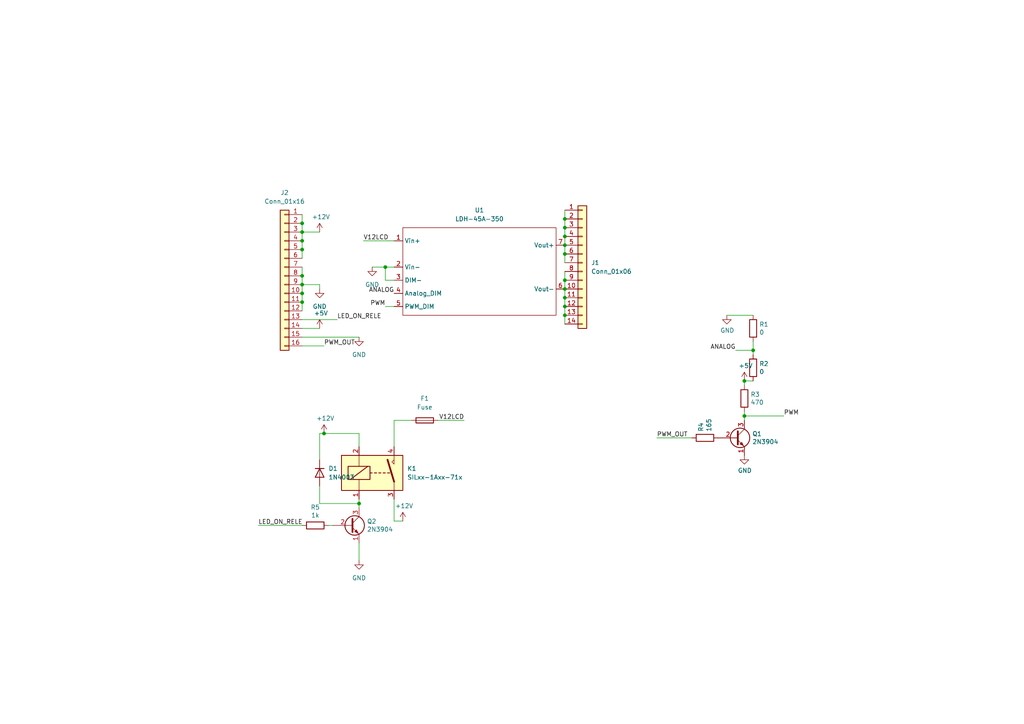
<source format=kicad_sch>
(kicad_sch (version 20211123) (generator eeschema)
  (paper "A4")
  (lib_symbols
    (symbol "Connector_Generic:Conn_01x14" (pin_names (offset 1.016) hide)
      (property "Reference" "J" (at 0 17.78 0))
      (property "Value" "Conn_01x14" (at 0 -20.32 0))
      (symbol "Conn_01x14_1_1"
        (rectangle (start -1.27 -17.653) (end 0 -17.907) (stroke (width 0.1524)))
        (rectangle (start -1.27 -15.113) (end 0 -15.367) (stroke (width 0.1524)))
        (rectangle (start -1.27 -12.573) (end 0 -12.827) (stroke (width 0.1524)))
        (rectangle (start -1.27 -10.033) (end 0 -10.287) (stroke (width 0.1524)))
        (rectangle (start -1.27 -7.493) (end 0 -7.747) (stroke (width 0.1524)))
        (rectangle (start -1.27 -4.953) (end 0 -5.207) (stroke (width 0.1524)))
        (rectangle (start -1.27 -2.413) (end 0 -2.667) (stroke (width 0.1524)))
        (rectangle (start -1.27 0.127) (end 0 -0.127) (stroke (width 0.1524)))
        (rectangle (start -1.27 2.667) (end 0 2.413) (stroke (width 0.1524)))
        (rectangle (start -1.27 5.207) (end 0 4.953) (stroke (width 0.1524)))
        (rectangle (start -1.27 7.747) (end 0 7.493) (stroke (width 0.1524)))
        (rectangle (start -1.27 10.287) (end 0 10.033) (stroke (width 0.1524)))
        (rectangle (start -1.27 12.827) (end 0 12.573) (stroke (width 0.1524)))
        (rectangle (start -1.27 15.367) (end 0 15.113) (stroke (width 0.1524)))
        (rectangle (start -1.27 16.51) (end 1.27 -19.05) (stroke (width 0.254)) (fill (type background)))
        (pin passive line (at -5.08 15.24 0) (length 3.81) (name "Pin_1") (number "1"))
        (pin passive line (at -5.08 -7.62 0) (length 3.81) (name "Pin_10") (number "10"))
        (pin passive line (at -5.08 -10.16 0) (length 3.81) (name "Pin_11") (number "11"))
        (pin passive line (at -5.08 -12.7 0) (length 3.81) (name "Pin_12") (number "12"))
        (pin passive line (at -5.08 -15.24 0) (length 3.81) (name "Pin_13") (number "13"))
        (pin passive line (at -5.08 -17.78 0) (length 3.81) (name "Pin_14") (number "14"))
        (pin passive line (at -5.08 12.7 0) (length 3.81) (name "Pin_2") (number "2"))
        (pin passive line (at -5.08 10.16 0) (length 3.81) (name "Pin_3") (number "3"))
        (pin passive line (at -5.08 7.62 0) (length 3.81) (name "Pin_4") (number "4"))
        (pin passive line (at -5.08 5.08 0) (length 3.81) (name "Pin_5") (number "5"))
        (pin passive line (at -5.08 2.54 0) (length 3.81) (name "Pin_6") (number "6"))
        (pin passive line (at -5.08 0 0) (length 3.81) (name "Pin_7") (number "7"))
        (pin passive line (at -5.08 -2.54 0) (length 3.81) (name "Pin_8") (number "8"))
        (pin passive line (at -5.08 -5.08 0) (length 3.81) (name "Pin_9") (number "9"))
      )
    )
    (symbol "Connector_Generic:Conn_01x16" (pin_names (offset 1.016) hide)
      (property "Reference" "J" (at 0 20.32 0))
      (property "Value" "Conn_01x16" (at 0 -22.86 0))
      (symbol "Conn_01x16_1_1"
        (rectangle (start -1.27 -20.193) (end 0 -20.447) (stroke (width 0.1524)))
        (rectangle (start -1.27 -17.653) (end 0 -17.907) (stroke (width 0.1524)))
        (rectangle (start -1.27 -15.113) (end 0 -15.367) (stroke (width 0.1524)))
        (rectangle (start -1.27 -12.573) (end 0 -12.827) (stroke (width 0.1524)))
        (rectangle (start -1.27 -10.033) (end 0 -10.287) (stroke (width 0.1524)))
        (rectangle (start -1.27 -7.493) (end 0 -7.747) (stroke (width 0.1524)))
        (rectangle (start -1.27 -4.953) (end 0 -5.207) (stroke (width 0.1524)))
        (rectangle (start -1.27 -2.413) (end 0 -2.667) (stroke (width 0.1524)))
        (rectangle (start -1.27 0.127) (end 0 -0.127) (stroke (width 0.1524)))
        (rectangle (start -1.27 2.667) (end 0 2.413) (stroke (width 0.1524)))
        (rectangle (start -1.27 5.207) (end 0 4.953) (stroke (width 0.1524)))
        (rectangle (start -1.27 7.747) (end 0 7.493) (stroke (width 0.1524)))
        (rectangle (start -1.27 10.287) (end 0 10.033) (stroke (width 0.1524)))
        (rectangle (start -1.27 12.827) (end 0 12.573) (stroke (width 0.1524)))
        (rectangle (start -1.27 15.367) (end 0 15.113) (stroke (width 0.1524)))
        (rectangle (start -1.27 17.907) (end 0 17.653) (stroke (width 0.1524)))
        (rectangle (start -1.27 19.05) (end 1.27 -21.59) (stroke (width 0.254)) (fill (type background)))
        (pin passive line (at -5.08 17.78 0) (length 3.81) (name "Pin_1") (number "1"))
        (pin passive line (at -5.08 -5.08 0) (length 3.81) (name "Pin_10") (number "10"))
        (pin passive line (at -5.08 -7.62 0) (length 3.81) (name "Pin_11") (number "11"))
        (pin passive line (at -5.08 -10.16 0) (length 3.81) (name "Pin_12") (number "12"))
        (pin passive line (at -5.08 -12.7 0) (length 3.81) (name "Pin_13") (number "13"))
        (pin passive line (at -5.08 -15.24 0) (length 3.81) (name "Pin_14") (number "14"))
        (pin passive line (at -5.08 -17.78 0) (length 3.81) (name "Pin_15") (number "15"))
        (pin passive line (at -5.08 -20.32 0) (length 3.81) (name "Pin_16") (number "16"))
        (pin passive line (at -5.08 15.24 0) (length 3.81) (name "Pin_2") (number "2"))
        (pin passive line (at -5.08 12.7 0) (length 3.81) (name "Pin_3") (number "3"))
        (pin passive line (at -5.08 10.16 0) (length 3.81) (name "Pin_4") (number "4"))
        (pin passive line (at -5.08 7.62 0) (length 3.81) (name "Pin_5") (number "5"))
        (pin passive line (at -5.08 5.08 0) (length 3.81) (name "Pin_6") (number "6"))
        (pin passive line (at -5.08 2.54 0) (length 3.81) (name "Pin_7") (number "7"))
        (pin passive line (at -5.08 0 0) (length 3.81) (name "Pin_8") (number "8"))
        (pin passive line (at -5.08 -2.54 0) (length 3.81) (name "Pin_9") (number "9"))
      )
    )
    (symbol "Device:Fuse" (pin_numbers hide) (pin_names (offset 0))
      (property "Reference" "F" (at 2.032 0 90))
      (property "Value" "Fuse" (at -1.905 0 90))
      (symbol "Fuse_0_1"
        (rectangle (start -0.762 -2.54) (end 0.762 2.54) (stroke (width 0.254)))
        (polyline (pts (xy 0 2.54) (xy 0 -2.54)))
      )
      (symbol "Fuse_1_1"
        (pin passive line (at 0 3.81 270) (length 1.27) (name "~") (number "1"))
        (pin passive line (at 0 -3.81 90) (length 1.27) (name "~") (number "2"))
      )
    )
    (symbol "Device:R" (pin_numbers hide) (pin_names (offset 0))
      (property "Reference" "R" (at 2.032 0 90))
      (property "Value" "R" (at 0 0 90))
      (symbol "R_0_1"
        (rectangle (start -1.016 -2.54) (end 1.016 2.54) (stroke (width 0.254)))
      )
      (symbol "R_1_1"
        (pin passive line (at 0 3.81 270) (length 1.27) (name "~") (number "1"))
        (pin passive line (at 0 -3.81 90) (length 1.27) (name "~") (number "2"))
      )
    )
    (symbol "Diode:1N4003" (pin_numbers hide) (pin_names (offset 1.016) hide)
      (property "Reference" "D" (at 0 2.54 0))
      (property "Value" "1N4003" (at 0 -2.54 0))
      (symbol "1N4003_0_1"
        (polyline (pts (xy -1.27 1.27) (xy -1.27 -1.27)) (stroke (width 0.254)))
        (polyline (pts (xy 1.27 0) (xy -1.27 0)))
        (polyline (pts (xy 1.27 1.27) (xy 1.27 -1.27) (xy -1.27 0) (xy 1.27 1.27)) (stroke (width 0.254)))
      )
      (symbol "1N4003_1_1"
        (pin passive line (at -3.81 0 0) (length 2.54) (name "K") (number "1"))
        (pin passive line (at 3.81 0 180) (length 2.54) (name "A") (number "2"))
      )
    )
    (symbol "Relay:SILxx-1Axx-71x"
      (property "Reference" "K?" (at 8.89 1.2701 0))
      (property "Value" "SILxx-1Axx-71x" (at 8.89 -1.2699 0))
      (symbol "SILxx-1Axx-71x_0_0"
        (polyline (pts (xy 5.08 5.08) (xy 5.08 2.54) (xy 4.445 3.175) (xy 5.08 3.81)))
      )
      (symbol "SILxx-1Axx-71x_0_1"
        (rectangle (start -10.16 5.08) (end 7.62 -5.08) (stroke (width 0.254)) (fill (type background)))
        (rectangle (start -8.255 1.905) (end -1.905 -1.905) (stroke (width 0.254)))
        (polyline (pts (xy -7.62 -1.905) (xy -2.54 1.905)) (stroke (width 0.254)))
        (polyline (pts (xy -5.08 -5.08) (xy -5.08 -1.905)))
        (polyline (pts (xy -5.08 5.08) (xy -5.08 1.905)))
        (polyline (pts (xy -1.905 0) (xy -1.27 0)) (stroke (width 0.254)))
        (polyline (pts (xy -0.635 0) (xy 0 0)) (stroke (width 0.254)))
        (polyline (pts (xy 0.635 0) (xy 1.27 0)) (stroke (width 0.254)))
        (polyline (pts (xy 1.905 0) (xy 2.54 0)) (stroke (width 0.254)))
        (polyline (pts (xy 3.175 0) (xy 3.81 0)) (stroke (width 0.254)))
        (polyline (pts (xy 5.08 -2.54) (xy 3.175 3.81)) (stroke (width 0.508)))
        (polyline (pts (xy 5.08 -2.54) (xy 5.08 -5.08)))
      )
      (symbol "SILxx-1Axx-71x_1_1"
        (pin passive line (at -5.08 -7.62 90) (length 2.54) (name "~") (number "1"))
        (pin passive line (at -5.08 7.62 270) (length 2.54) (name "~") (number "2"))
        (pin passive line (at 5.08 -7.62 90) (length 2.54) (name "~") (number "3"))
        (pin passive line (at 5.08 7.62 270) (length 2.54) (name "~") (number "4"))
      )
    )
    (symbol "Transistor_BJT:2N3904" (pin_names (offset 0) hide)
      (property "Reference" "Q" (at 5.08 1.905 0))
      (property "Value" "2N3904" (at 5.08 0 0))
      (symbol "2N3904_0_1"
        (polyline (pts (xy 0.635 0.635) (xy 2.54 2.54)))
        (polyline (pts (xy 0.635 -0.635) (xy 2.54 -2.54) (xy 2.54 -2.54)))
        (polyline (pts (xy 0.635 1.905) (xy 0.635 -1.905) (xy 0.635 -1.905)) (stroke (width 0.508)))
        (polyline (pts (xy 1.27 -1.778) (xy 1.778 -1.27) (xy 2.286 -2.286) (xy 1.27 -1.778) (xy 1.27 -1.778)) (fill (type outline)))
        (circle (center 1.27 0) (radius 2.8194) (stroke (width 0.254)))
      )
      (symbol "2N3904_1_1"
        (pin passive line (at 2.54 -5.08 90) (length 2.54) (name "E") (number "1"))
        (pin passive line (at -5.08 0 0) (length 5.715) (name "B") (number "2"))
        (pin passive line (at 2.54 5.08 270) (length 2.54) (name "C") (number "3"))
      )
    )
    (symbol "dimmer_lib:LDH-45A-350"
      (property "Reference" "U" (at 0 -6.35 0))
      (property "Value" "LDH-45A-350" (at 0 -21.59 0))
      (symbol "LDH-45A-350_0_1"
        (rectangle (start -21.59 -8.89) (end 22.86 -34.29))
      )
      (symbol "LDH-45A-350_1_1"
        (pin power_in line (at -24.13 -12.7 0) (length 2.54) (name "Vin+") (number "1"))
        (pin power_in line (at -24.13 -20.32 0) (length 2.54) (name "Vin-") (number "2"))
        (pin power_in line (at -24.13 -24.13 0) (length 2.54) (name "DIM-") (number "3"))
        (pin input line (at -24.13 -27.94 0) (length 2.54) (name "Analog_DIM") (number "4"))
        (pin input line (at -24.13 -31.75 0) (length 2.54) (name "PWM_DIM") (number "5"))
        (pin power_out line (at 25.4 -26.67 180) (length 2.54) (name "Vout-") (number "6"))
        (pin power_out line (at 25.4 -13.97 180) (length 2.54) (name "Vout+") (number "7"))
      )
    )
    (symbol "power:+12V" (power) (pin_names (offset 0))
      (property "Value" "+12V" (at 0 3.556 0))
      (symbol "+12V_0_1"
        (polyline (pts (xy -0.762 1.27) (xy 0 2.54)))
        (polyline (pts (xy 0 0) (xy 0 2.54)))
        (polyline (pts (xy 0 2.54) (xy 0.762 1.27)))
      )
      (symbol "+12V_1_1"
        (pin power_in line (at 0 0 90) (length 0) hide (name "+12V") (number "1"))
      )
    )
    (symbol "power:+5V" (power) (pin_names (offset 0))
      (property "Value" "+5V" (at 0 3.556 0))
      (symbol "+5V_0_1"
        (polyline (pts (xy -0.762 1.27) (xy 0 2.54)))
        (polyline (pts (xy 0 0) (xy 0 2.54)))
        (polyline (pts (xy 0 2.54) (xy 0.762 1.27)))
      )
      (symbol "+5V_1_1"
        (pin power_in line (at 0 0 90) (length 0) hide (name "+5V") (number "1"))
      )
    )
    (symbol "power:GND" (power) (pin_names (offset 0))
      (property "Value" "GND" (at 0 -3.81 0))
      (symbol "GND_0_1"
        (polyline (pts (xy 0 0) (xy 0 -1.27) (xy 1.27 -1.27) (xy 0 -2.54) (xy -1.27 -1.27) (xy 0 -1.27)))
      )
      (symbol "GND_1_1"
        (pin power_in line (at 0 0 270) (length 0) hide (name "GND") (number "1"))
      )
    )
  )
  (junction (at 111.76 77.47))
  (junction (at 93.98 125.73))
  (junction (at 87.63 67.31))
  (junction (at 87.63 82.55))
  (junction (at 163.83 81.28))
  (junction (at 163.83 86.36))
  (junction (at 87.63 64.77))
  (junction (at 163.83 68.58))
  (junction (at 215.9 110.49))
  (junction (at 87.63 85.09))
  (junction (at 163.83 66.04))
  (junction (at 163.83 73.66))
  (junction (at 163.83 63.5))
  (junction (at 163.83 71.12))
  (junction (at 87.63 80.01))
  (junction (at 163.83 91.44))
  (junction (at 218.44 101.6))
  (junction (at 215.9 120.65))
  (junction (at 87.63 72.39))
  (junction (at 87.63 87.63))
  (junction (at 104.14 146.05))
  (junction (at 87.63 69.85))
  (junction (at 163.83 88.9))
  (junction (at 163.83 83.82))
  (wire (pts (xy 104.14 129.54) (xy 104.14 125.73)))
  (wire (pts (xy 92.71 95.25) (xy 87.63 95.25)))
  (wire (pts (xy 87.63 64.77) (xy 87.63 67.31)))
  (wire (pts (xy 163.83 88.9) (xy 163.83 91.44)))
  (wire (pts (xy 111.76 77.47) (xy 114.3 77.47)))
  (wire (pts (xy 92.71 82.55) (xy 87.63 82.55)))
  (wire (pts (xy 92.71 140.97) (xy 92.71 146.05)))
  (wire (pts (xy 210.82 91.44) (xy 218.44 91.44)))
  (wire (pts (xy 163.83 86.36) (xy 163.83 88.9)))
  (wire (pts (xy 227.33 120.65) (xy 215.9 120.65)))
  (wire (pts (xy 215.9 119.38) (xy 215.9 120.65)))
  (wire (pts (xy 127 121.92) (xy 134.62 121.92)))
  (wire (pts (xy 104.14 162.56) (xy 104.14 157.48)))
  (wire (pts (xy 93.98 100.33) (xy 87.63 100.33)))
  (wire (pts (xy 87.63 67.31) (xy 87.63 69.85)))
  (wire (pts (xy 87.63 77.47) (xy 87.63 80.01)))
  (wire (pts (xy 213.36 101.6) (xy 218.44 101.6)))
  (wire (pts (xy 215.9 110.49) (xy 218.44 110.49)))
  (wire (pts (xy 87.63 69.85) (xy 87.63 72.39)))
  (wire (pts (xy 104.14 146.05) (xy 104.14 144.78)))
  (wire (pts (xy 114.3 88.9) (xy 111.76 88.9)))
  (wire (pts (xy 218.44 101.6) (xy 218.44 102.87)))
  (wire (pts (xy 218.44 99.06) (xy 218.44 101.6)))
  (wire (pts (xy 215.9 120.65) (xy 215.9 121.92)))
  (wire (pts (xy 74.93 152.4) (xy 87.63 152.4)))
  (wire (pts (xy 87.63 67.31) (xy 92.71 67.31)))
  (wire (pts (xy 87.63 97.79) (xy 104.14 97.79)))
  (wire (pts (xy 114.3 151.13) (xy 116.84 151.13)))
  (wire (pts (xy 87.63 87.63) (xy 87.63 90.17)))
  (wire (pts (xy 92.71 83.82) (xy 92.71 82.55)))
  (wire (pts (xy 96.52 152.4) (xy 95.25 152.4)))
  (wire (pts (xy 163.83 68.58) (xy 163.83 71.12)))
  (wire (pts (xy 87.63 82.55) (xy 87.63 85.09)))
  (wire (pts (xy 163.83 63.5) (xy 163.83 66.04)))
  (wire (pts (xy 190.5 127) (xy 200.66 127)))
  (wire (pts (xy 114.3 144.78) (xy 114.3 151.13)))
  (wire (pts (xy 93.98 125.73) (xy 92.71 125.73)))
  (wire (pts (xy 163.83 66.04) (xy 163.83 68.58)))
  (wire (pts (xy 119.38 121.92) (xy 114.3 121.92)))
  (wire (pts (xy 114.3 81.28) (xy 111.76 81.28)))
  (wire (pts (xy 97.79 92.71) (xy 87.63 92.71)))
  (wire (pts (xy 107.95 77.47) (xy 111.76 77.47)))
  (wire (pts (xy 87.63 62.23) (xy 87.63 64.77)))
  (wire (pts (xy 215.9 110.49) (xy 215.9 111.76)))
  (wire (pts (xy 163.83 73.66) (xy 163.83 76.2)))
  (wire (pts (xy 163.83 83.82) (xy 163.83 86.36)))
  (wire (pts (xy 111.76 77.47) (xy 111.76 81.28)))
  (wire (pts (xy 163.83 78.74) (xy 163.83 81.28)))
  (wire (pts (xy 163.83 91.44) (xy 163.83 93.98)))
  (wire (pts (xy 104.14 147.32) (xy 104.14 146.05)))
  (wire (pts (xy 87.63 85.09) (xy 87.63 87.63)))
  (wire (pts (xy 87.63 80.01) (xy 87.63 82.55)))
  (wire (pts (xy 163.83 71.12) (xy 163.83 73.66)))
  (wire (pts (xy 163.83 60.96) (xy 163.83 63.5)))
  (wire (pts (xy 163.83 81.28) (xy 163.83 83.82)))
  (wire (pts (xy 92.71 125.73) (xy 92.71 133.35)))
  (wire (pts (xy 105.41 69.85) (xy 114.3 69.85)))
  (wire (pts (xy 104.14 125.73) (xy 93.98 125.73)))
  (wire (pts (xy 87.63 72.39) (xy 87.63 74.93)))
  (wire (pts (xy 114.3 121.92) (xy 114.3 129.54)))
  (wire (pts (xy 92.71 146.05) (xy 104.14 146.05)))
  (label "V12LCD" (at 105.41 69.85 0))
  (label "LED_ON_RELE" (at 74.93 152.4 0))
  (label "ANALOG" (at 114.3 85.09 180))
  (label "V12LCD" (at 134.62 121.92 180))
  (label "LED_ON_RELE" (at 97.79 92.71 0))
  (label "PWM_OUT" (at 190.5 127 0))
  (label "ANALOG" (at 213.36 101.6 180))
  (label "PWM_OUT" (at 93.98 100.33 0))
  (label "PWM" (at 111.76 88.9 180))
  (label "PWM" (at 227.33 120.65 0))
  (symbol (lib_id "power:GND") (at 210.82 91.44 0) (unit 1)
    (property "Reference" "#PWR05" (effects hide))
    (property "Value" "GND" (at 210.947 95.8342 0))
  )
  (symbol (lib_id "power:GND") (at 92.71 83.82 0) (unit 1)
    (property "Reference" "#PWR0101" (effects hide))
    (property "Value" "GND" (at 92.71 88.9 0))
  )
  (symbol (lib_id "power:+12V") (at 93.98 125.73 0) (unit 1)
    (property "Reference" "#PWR07" (effects hide))
    (property "Value" "+12V" (at 94.361 121.3358 0))
  )
  (symbol (lib_id "Device:R") (at 91.44 152.4 270) (unit 1)
    (property "Reference" "R5" (at 91.44 147.1422 90))
    (property "Value" "1k" (at 91.44 149.4536 90))
    (property "Footprint" "Resistor_SMD:R_1206_3216Metric_Pad1.30x1.75mm_HandSolder" (effects hide))
  )
  (symbol (lib_id "power:+5V") (at 92.71 95.25 0) (unit 1)
    (property "Reference" "#PWR04" (effects hide))
    (property "Value" "+5V" (at 93.091 90.8558 0))
  )
  (symbol (lib_id "Transistor_BJT:2N3904") (at 213.36 127 0) (unit 1)
    (property "Reference" "Q1" (at 218.186 125.8316 0) (effects (justify left)))
    (property "Value" "2N3904" (at 218.186 128.143 0) (effects (justify left)))
    (property "Footprint" "Package_TO_SOT_THT:TO-92_Inline" (effects hide))
    (property "Datasheet" "https://www.fairchildsemi.com/datasheets/2N/2N3904.pdf" (effects hide))
  )
  (symbol (lib_id "Connector_Generic:Conn_01x16") (at 82.55 80.01 0) (mirror y) (unit 1)
    (property "Reference" "J2" (at 82.55 55.88 0))
    (property "Value" "Conn_01x16" (at 82.55 58.42 0))
    (property "Footprint" "Connector_PinHeader_1.27mm:PinHeader_1x16_P1.27mm_Vertical" (effects hide))
  )
  (symbol (lib_id "Device:Fuse") (at 123.19 121.92 90) (unit 1)
    (property "Reference" "F1" (at 123.19 115.57 90))
    (property "Value" "Fuse" (at 123.19 118.11 90))
    (property "Footprint" "Inductor_THT:L_Axial_L9.5mm_D4.0mm_P15.24mm_Horizontal_Fastron_SMCC" (effects hide))
  )
  (symbol (lib_id "power:GND") (at 104.14 97.79 0) (unit 1)
    (property "Reference" "#PWR0103" (effects hide))
    (property "Value" "GND" (at 104.14 102.87 0))
  )
  (symbol (lib_id "power:GND") (at 215.9 132.08 0) (unit 1)
    (property "Reference" "#PWR08" (effects hide))
    (property "Value" "GND" (at 216.027 136.4742 0))
  )
  (symbol (lib_id "dimmer_lib:LDH-45A-350") (at 138.43 57.15 0) (unit 1)
    (property "Reference" "U1" (at 139.065 60.96 0))
    (property "Value" "LDH-45A-350" (at 139.065 63.5 0))
    (property "Footprint" "dimmer:LDH-45A" (effects hide))
  )
  (symbol (lib_id "Device:R") (at 204.47 127 90) (unit 1)
    (property "Reference" "R4" (at 203.3016 125.222 0) (effects (justify left)))
    (property "Value" "165" (at 205.613 125.222 0) (effects (justify left)))
    (property "Footprint" "Resistor_SMD:R_1206_3216Metric_Pad1.30x1.75mm_HandSolder" (effects hide))
  )
  (symbol (lib_id "power:+12V") (at 116.84 151.13 0) (unit 1)
    (property "Reference" "#PWR09" (effects hide))
    (property "Value" "+12V" (at 117.221 146.7358 0))
  )
  (symbol (lib_id "Device:R") (at 215.9 115.57 0) (unit 1)
    (property "Reference" "R3" (at 217.678 114.4016 0) (effects (justify left)))
    (property "Value" "470" (at 217.678 116.713 0) (effects (justify left)))
    (property "Footprint" "Resistor_SMD:R_1206_3216Metric_Pad1.30x1.75mm_HandSolder" (effects hide))
  )
  (symbol (lib_id "power:GND") (at 107.95 77.47 0) (unit 1)
    (property "Reference" "#PWR0102" (effects hide))
    (property "Value" "GND" (at 107.95 82.55 0))
  )
  (symbol (lib_id "Device:R") (at 218.44 106.68 0) (unit 1)
    (property "Reference" "R2" (at 220.218 105.5116 0) (effects (justify left)))
    (property "Value" "0" (at 220.218 107.823 0) (effects (justify left)))
    (property "Footprint" "Resistor_SMD:R_1206_3216Metric_Pad1.30x1.75mm_HandSolder" (effects hide))
  )
  (symbol (lib_id "Diode:1N4003") (at 92.71 137.16 90) (mirror x) (unit 1)
    (property "Reference" "D1" (at 95.25 135.8899 90) (effects (justify right)))
    (property "Value" "1N4003" (at 95.25 138.4299 90) (effects (justify right)))
    (property "Footprint" "Diode_SMD:D_SMA" (effects hide))
    (property "Datasheet" "http://www.vishay.com/docs/88503/1n4001.pdf" (effects hide))
  )
  (symbol (lib_id "Transistor_BJT:2N3904") (at 101.6 152.4 0) (unit 1)
    (property "Reference" "Q2" (at 106.426 151.2316 0) (effects (justify left)))
    (property "Value" "2N3904" (at 106.426 153.543 0) (effects (justify left)))
    (property "Footprint" "Package_TO_SOT_THT:TO-92_Inline" (effects hide))
    (property "Datasheet" "https://www.fairchildsemi.com/datasheets/2N/2N3904.pdf" (effects hide))
  )
  (symbol (lib_id "Device:R") (at 218.44 95.25 0) (unit 1)
    (property "Reference" "R1" (at 220.218 94.0816 0) (effects (justify left)))
    (property "Value" "0" (at 220.218 96.393 0) (effects (justify left)))
    (property "Footprint" "Resistor_SMD:R_1206_3216Metric_Pad1.30x1.75mm_HandSolder" (effects hide))
  )
  (symbol (lib_id "Connector_Generic:Conn_01x14") (at 168.91 76.2 0) (unit 1)
    (property "Reference" "J1" (at 171.45 76.1999 0) (effects (justify left)))
    (property "Value" "Conn_01x06" (at 171.45 78.7399 0) (effects (justify left)))
    (property "Footprint" "Connector_PinHeader_1.27mm:PinHeader_1x14_P1.27mm_Vertical" (effects hide))
  )
  (symbol (lib_id "power:GND") (at 104.14 162.56 0) (unit 1)
    (property "Reference" "#PWR010" (effects hide))
    (property "Value" "GND" (at 104.14 167.64 0))
  )
  (symbol (lib_id "power:+12V") (at 92.71 67.31 0) (unit 1)
    (property "Reference" "#PWR01" (effects hide))
    (property "Value" "+12V" (at 93.091 62.9158 0))
  )
  (symbol (lib_id "power:+5V") (at 215.9 110.49 0) (unit 1)
    (property "Reference" "#PWR06" (effects hide))
    (property "Value" "+5V" (at 216.281 106.0958 0))
  )
  (symbol (lib_id "Relay:SILxx-1Axx-71x") (at 109.22 137.16 0) (unit 1)
    (property "Reference" "K1" (at 118.11 135.8899 0) (effects (justify left)))
    (property "Value" "SILxx-1Axx-71x" (at 118.11 138.4299 0) (effects (justify left)))
    (property "Footprint" "relay_my:Realy_DPST_HF32FA" (effects hide))
    (property "Datasheet" "https://standexelectronics.com/wp-content/uploads/datasheet_reed_relay_SIL.pdf" (effects hide))
  )
)
</source>
